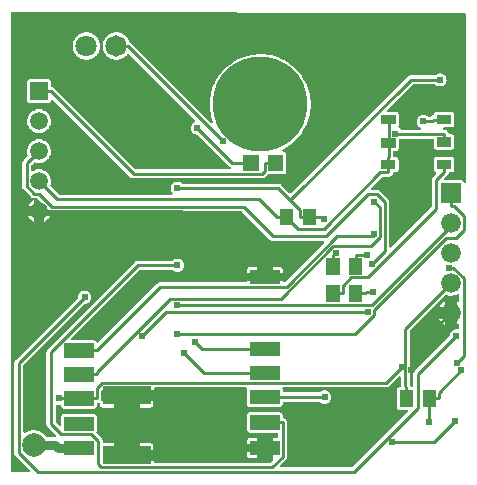
<source format=gbl>
G04 Layer: BottomLayer*
G04 EasyEDA v6.5.1, 2022-03-21 16:47:25*
G04 955ef46bbe064569b540ea905b21d435,97f3a3507f384188ab3f8c3e8ba95b97,10*
G04 Gerber Generator version 0.2*
G04 Scale: 100 percent, Rotated: No, Reflected: No *
G04 Dimensions in millimeters *
G04 leading zeros omitted , absolute positions ,4 integer and 5 decimal *
%FSLAX45Y45*%
%MOMM*%

%ADD10C,0.2540*%
%ADD11C,0.8000*%
%ADD13C,0.6100*%
%ADD20R,4.0640X1.5240*%
%ADD27C,1.8000*%
%ADD28C,1.8200*%
%ADD29C,8.0000*%
%ADD30C,2.0000*%
%ADD31C,1.4986*%
%ADD32R,1.4986X1.4986*%
%ADD33C,1.6764*%
%ADD34R,1.6764X1.6764*%

%LPD*%
G36*
X6986676Y1352042D02*
G01*
X6982459Y1352956D01*
X6979056Y1355496D01*
X6976973Y1359255D01*
X6974789Y1366367D01*
X6971233Y1373022D01*
X6969759Y1374851D01*
X6968032Y1377848D01*
X6967474Y1381302D01*
X6967474Y1828647D01*
X6968236Y1832508D01*
X6970420Y1835810D01*
X7265162Y2130552D01*
X7268209Y2132634D01*
X7271867Y2133498D01*
X7275525Y2132990D01*
X7287361Y2129078D01*
X7301179Y2126386D01*
X7315200Y2125472D01*
X7329220Y2126386D01*
X7343038Y2129078D01*
X7356348Y2133498D01*
X7369048Y2139594D01*
X7370216Y2140407D01*
X7374280Y2141931D01*
X7378598Y2141626D01*
X7382408Y2139594D01*
X7384999Y2136089D01*
X7385964Y2131872D01*
X7385964Y2084374D01*
X7385050Y2080260D01*
X7382611Y2076856D01*
X7379004Y2074773D01*
X7374788Y2074265D01*
X7370775Y2075535D01*
X7363459Y2079650D01*
X7363459Y2029460D01*
X7375804Y2029460D01*
X7379665Y2028698D01*
X7382967Y2026462D01*
X7385151Y2023211D01*
X7385964Y2019300D01*
X7385964Y1943100D01*
X7385151Y1939188D01*
X7382967Y1935937D01*
X7379665Y1933702D01*
X7375804Y1932939D01*
X7363459Y1932939D01*
X7363459Y1882902D01*
X7370216Y1886407D01*
X7374280Y1887931D01*
X7378598Y1887626D01*
X7382408Y1885594D01*
X7384999Y1882089D01*
X7385964Y1877872D01*
X7385964Y1851304D01*
X7385253Y1847646D01*
X7383322Y1844497D01*
X7380376Y1842211D01*
X7376820Y1841195D01*
X7373162Y1841449D01*
X7370825Y1842109D01*
X7361021Y1842973D01*
X7351217Y1842109D01*
X7341717Y1839569D01*
X7332827Y1835404D01*
X7324801Y1829765D01*
X7317841Y1822805D01*
X7312202Y1814779D01*
X7308037Y1805889D01*
X7305497Y1796389D01*
X7304786Y1788312D01*
X7303871Y1784908D01*
X7301890Y1782013D01*
X7008723Y1488846D01*
X7003592Y1482648D01*
X7000036Y1475943D01*
X6997852Y1468729D01*
X6997039Y1460703D01*
X6997039Y1362202D01*
X6996277Y1358341D01*
X6994042Y1355039D01*
X6990791Y1352854D01*
G37*

%LPC*%
G36*
X7266940Y1882902D02*
G01*
X7266940Y1932939D01*
X7216902Y1932939D01*
X7221372Y1924304D01*
X7229449Y1912823D01*
X7238898Y1902409D01*
X7249566Y1893265D01*
X7261352Y1885594D01*
G37*
G36*
X7216851Y2029460D02*
G01*
X7266940Y2029460D01*
X7266940Y2079650D01*
X7255357Y2073148D01*
X7244080Y2064715D01*
X7233970Y2054961D01*
X7225233Y2043988D01*
X7217918Y2031949D01*
G37*

%LPD*%
G36*
X5880150Y673658D02*
G01*
X5876239Y674471D01*
X5872937Y676656D01*
X5870752Y679958D01*
X5869990Y683818D01*
X5870752Y687730D01*
X5872937Y691032D01*
X5917793Y735888D01*
X5922924Y742086D01*
X5926480Y748792D01*
X5928664Y756005D01*
X5929477Y764032D01*
X5929477Y1053592D01*
X5928664Y1061618D01*
X5926480Y1068832D01*
X5922924Y1075537D01*
X5918098Y1081379D01*
X5912256Y1086154D01*
X5905601Y1089710D01*
X5898540Y1091895D01*
X5894781Y1093978D01*
X5892190Y1097381D01*
X5891326Y1101598D01*
X5891326Y1113536D01*
X5890615Y1119835D01*
X5888685Y1125321D01*
X5885586Y1130198D01*
X5881522Y1134313D01*
X5876594Y1137361D01*
X5871159Y1139291D01*
X5864809Y1140002D01*
X5615990Y1140002D01*
X5609640Y1139291D01*
X5604205Y1137361D01*
X5599277Y1134313D01*
X5595213Y1130198D01*
X5592114Y1125321D01*
X5590184Y1119835D01*
X5589473Y1113536D01*
X5589473Y994664D01*
X5590184Y988364D01*
X5592114Y982878D01*
X5595213Y978001D01*
X5599277Y973886D01*
X5604205Y970838D01*
X5609640Y968908D01*
X5615990Y968197D01*
X5842101Y968197D01*
X5845962Y967435D01*
X5849264Y965200D01*
X5851448Y961898D01*
X5852261Y958037D01*
X5852261Y934262D01*
X5851448Y930402D01*
X5849264Y927100D01*
X5845962Y924864D01*
X5842101Y924102D01*
X5809234Y924102D01*
X5809234Y874572D01*
X5842101Y874572D01*
X5845962Y873760D01*
X5849264Y871575D01*
X5851448Y868273D01*
X5852261Y864412D01*
X5852261Y811987D01*
X5851448Y808126D01*
X5849264Y804824D01*
X5845962Y802640D01*
X5842101Y801827D01*
X5809234Y801827D01*
X5809234Y747268D01*
X5810605Y743051D01*
X5810046Y738682D01*
X5807659Y734923D01*
X5789879Y717194D01*
X5786577Y714959D01*
X5782716Y714197D01*
X4811268Y714197D01*
X4807356Y714959D01*
X4804105Y717194D01*
X4801870Y720445D01*
X4801108Y724357D01*
X4801108Y730250D01*
X4679950Y730250D01*
X4679950Y724357D01*
X4679188Y720445D01*
X4676952Y717194D01*
X4673701Y714959D01*
X4669790Y714197D01*
X4474210Y714197D01*
X4470298Y714959D01*
X4467047Y717194D01*
X4464812Y720445D01*
X4464050Y724357D01*
X4464050Y730250D01*
X4378502Y730250D01*
X4374591Y731012D01*
X4371289Y733247D01*
X4369104Y736498D01*
X4368342Y740410D01*
X4368342Y808990D01*
X4369104Y812901D01*
X4371289Y816152D01*
X4374591Y818388D01*
X4378502Y819150D01*
X4464050Y819150D01*
X4464050Y876808D01*
X4378502Y876808D01*
X4374591Y877569D01*
X4371289Y879805D01*
X4369104Y883056D01*
X4368342Y886968D01*
X4368342Y896975D01*
X4367530Y905002D01*
X4365345Y912215D01*
X4361789Y918921D01*
X4356658Y925118D01*
X4317796Y963980D01*
X4315663Y967130D01*
X4314850Y970787D01*
X4315815Y975664D01*
X4316526Y981964D01*
X4316526Y1100836D01*
X4315815Y1107135D01*
X4313885Y1112621D01*
X4310786Y1117498D01*
X4306722Y1121613D01*
X4301794Y1124661D01*
X4296359Y1126591D01*
X4290009Y1127302D01*
X4041190Y1127302D01*
X4034840Y1126591D01*
X4029405Y1124661D01*
X4024477Y1121613D01*
X4020413Y1117498D01*
X4017314Y1112621D01*
X4015384Y1107135D01*
X4014673Y1100836D01*
X4014673Y1037640D01*
X4013911Y1033780D01*
X4011726Y1030478D01*
X4008424Y1028242D01*
X4004513Y1027480D01*
X4000652Y1028242D01*
X3997350Y1030478D01*
X3971442Y1056386D01*
X3969207Y1059688D01*
X3968445Y1063599D01*
X3968445Y1194104D01*
X3969105Y1197711D01*
X3971036Y1200912D01*
X3973982Y1203147D01*
X3977538Y1204214D01*
X3981246Y1203909D01*
X3989120Y1201775D01*
X3998925Y1200912D01*
X4004310Y1201420D01*
X4008221Y1201013D01*
X4011625Y1199134D01*
X4014114Y1196136D01*
X4015384Y1191564D01*
X4017314Y1186078D01*
X4020413Y1181201D01*
X4024477Y1177086D01*
X4029405Y1174038D01*
X4034840Y1172108D01*
X4041190Y1171397D01*
X4290009Y1171397D01*
X4296359Y1172108D01*
X4301794Y1174038D01*
X4306722Y1177086D01*
X4310786Y1181201D01*
X4313885Y1186078D01*
X4315815Y1191564D01*
X4316526Y1197864D01*
X4316526Y1209802D01*
X4317390Y1214018D01*
X4319981Y1217422D01*
X4323740Y1219504D01*
X4329785Y1221384D01*
X4333544Y1221790D01*
X4337151Y1220774D01*
X4340199Y1218539D01*
X4342180Y1215339D01*
X4342892Y1211630D01*
X4342892Y1207058D01*
X4343603Y1200759D01*
X4345533Y1195273D01*
X4348581Y1190396D01*
X4352696Y1186281D01*
X4357573Y1183233D01*
X4363059Y1181303D01*
X4369358Y1180592D01*
X4464050Y1180592D01*
X4464050Y1238250D01*
X4363923Y1238250D01*
X4359808Y1239113D01*
X4356404Y1241602D01*
X4354271Y1245209D01*
X4353814Y1249426D01*
X4354677Y1257808D01*
X4354677Y1316990D01*
X4355439Y1320901D01*
X4357624Y1324152D01*
X4360926Y1326388D01*
X4364837Y1327150D01*
X4464050Y1327150D01*
X4464050Y1341526D01*
X4464812Y1345438D01*
X4467047Y1348689D01*
X4470298Y1350924D01*
X4474210Y1351686D01*
X4669790Y1351686D01*
X4673701Y1350924D01*
X4676952Y1348689D01*
X4679188Y1345438D01*
X4679950Y1341526D01*
X4679950Y1327150D01*
X4801108Y1327150D01*
X4801108Y1341526D01*
X4801870Y1345438D01*
X4804105Y1348689D01*
X4807356Y1350924D01*
X4811268Y1351686D01*
X5581446Y1351686D01*
X5585256Y1350975D01*
X5588508Y1348892D01*
X5590692Y1345742D01*
X5591606Y1341983D01*
X5591048Y1338173D01*
X5590184Y1335735D01*
X5589473Y1329436D01*
X5589473Y1210564D01*
X5590184Y1204264D01*
X5592114Y1198778D01*
X5595213Y1193901D01*
X5599277Y1189786D01*
X5604205Y1186738D01*
X5609640Y1184808D01*
X5615990Y1184097D01*
X5864809Y1184097D01*
X5871159Y1184808D01*
X5876594Y1186738D01*
X5881522Y1189786D01*
X5885586Y1193901D01*
X5888685Y1198778D01*
X5890615Y1204264D01*
X5891326Y1210564D01*
X5891326Y1221232D01*
X5892088Y1225143D01*
X5894273Y1228394D01*
X5897575Y1230630D01*
X5901486Y1231392D01*
X6201968Y1231392D01*
X6205880Y1230630D01*
X6209182Y1228394D01*
X6210757Y1226820D01*
X6218834Y1221181D01*
X6227724Y1217015D01*
X6237224Y1214475D01*
X6247028Y1213612D01*
X6256782Y1214475D01*
X6266281Y1217015D01*
X6275171Y1221181D01*
X6283248Y1226820D01*
X6290208Y1233779D01*
X6295796Y1241806D01*
X6299962Y1250696D01*
X6302502Y1260195D01*
X6303365Y1270000D01*
X6302502Y1279804D01*
X6299962Y1289304D01*
X6295796Y1298194D01*
X6290208Y1306220D01*
X6283248Y1313180D01*
X6275171Y1318818D01*
X6266281Y1322984D01*
X6256782Y1325524D01*
X6247028Y1326388D01*
X6237224Y1325524D01*
X6227724Y1322984D01*
X6218834Y1318818D01*
X6210757Y1313180D01*
X6209182Y1311605D01*
X6205880Y1309370D01*
X6201968Y1308608D01*
X5901486Y1308608D01*
X5897575Y1309370D01*
X5894273Y1311605D01*
X5892088Y1314856D01*
X5891326Y1318768D01*
X5891326Y1329436D01*
X5890615Y1335735D01*
X5889752Y1338173D01*
X5889193Y1341983D01*
X5890107Y1345742D01*
X5892342Y1348892D01*
X5895543Y1350975D01*
X5899353Y1351686D01*
X6765950Y1351686D01*
X6773976Y1352499D01*
X6781190Y1354683D01*
X6787896Y1358239D01*
X6794093Y1363370D01*
X6872884Y1442110D01*
X6876186Y1444345D01*
X6880098Y1445107D01*
X6883958Y1444345D01*
X6887260Y1442110D01*
X6889445Y1438808D01*
X6890258Y1434947D01*
X6890258Y1361948D01*
X6889546Y1358341D01*
X6887667Y1355191D01*
X6884720Y1352905D01*
X6881215Y1351838D01*
X6876796Y1351330D01*
X6871309Y1349451D01*
X6866432Y1346352D01*
X6862318Y1342288D01*
X6859270Y1337360D01*
X6857339Y1331925D01*
X6856628Y1325575D01*
X6856628Y1189024D01*
X6857339Y1182674D01*
X6859270Y1177239D01*
X6862318Y1172311D01*
X6866432Y1168247D01*
X6871309Y1165148D01*
X6876796Y1163269D01*
X6883095Y1162558D01*
X6939991Y1162558D01*
X6943852Y1161745D01*
X6947153Y1159560D01*
X6949338Y1156258D01*
X6950151Y1152398D01*
X6949338Y1148486D01*
X6947153Y1145184D01*
X6478625Y676656D01*
X6475323Y674471D01*
X6471412Y673658D01*
G37*

%LPC*%
G36*
X5615990Y752297D02*
G01*
X5671566Y752297D01*
X5671566Y801827D01*
X5589473Y801827D01*
X5589473Y778764D01*
X5590184Y772464D01*
X5592114Y766978D01*
X5595213Y762101D01*
X5599277Y757986D01*
X5604205Y754938D01*
X5609640Y753008D01*
G37*
G36*
X4679950Y819150D02*
G01*
X4801108Y819150D01*
X4801108Y850341D01*
X4800396Y856640D01*
X4798466Y862126D01*
X4795418Y867003D01*
X4791303Y871118D01*
X4786426Y874166D01*
X4780940Y876096D01*
X4774641Y876808D01*
X4679950Y876808D01*
G37*
G36*
X5589473Y874572D02*
G01*
X5671566Y874572D01*
X5671566Y924102D01*
X5615990Y924102D01*
X5609640Y923391D01*
X5604205Y921461D01*
X5599277Y918413D01*
X5595213Y914298D01*
X5592114Y909421D01*
X5590184Y903935D01*
X5589473Y897636D01*
G37*
G36*
X4679950Y1180592D02*
G01*
X4774641Y1180592D01*
X4780940Y1181303D01*
X4786426Y1183233D01*
X4791303Y1186281D01*
X4795418Y1190396D01*
X4798466Y1195273D01*
X4800396Y1200759D01*
X4801108Y1207058D01*
X4801108Y1238250D01*
X4679950Y1238250D01*
G37*

%LPD*%
G36*
X3738981Y635304D02*
G01*
X3604768Y635457D01*
X3600856Y636270D01*
X3597554Y638454D01*
X3595370Y641756D01*
X3594608Y645617D01*
X3594608Y4523130D01*
X3595370Y4526991D01*
X3597605Y4530293D01*
X3600907Y4532528D01*
X3604818Y4533290D01*
X7431633Y4520793D01*
X7435494Y4520031D01*
X7438796Y4517847D01*
X7440980Y4514545D01*
X7441742Y4510684D01*
X7444333Y3089148D01*
X7443520Y3085134D01*
X7441234Y3081832D01*
X7437831Y3079648D01*
X7433868Y3078937D01*
X7429906Y3079902D01*
X7426655Y3082290D01*
X7424572Y3085744D01*
X7422286Y3092246D01*
X7419238Y3097123D01*
X7415123Y3101238D01*
X7410246Y3104286D01*
X7404760Y3106216D01*
X7398461Y3106928D01*
X7270699Y3106928D01*
X7266787Y3107690D01*
X7263485Y3109925D01*
X7261301Y3113176D01*
X7260539Y3117088D01*
X7261301Y3120999D01*
X7263485Y3124250D01*
X7284974Y3145739D01*
X7290104Y3151987D01*
X7293660Y3158642D01*
X7295794Y3165754D01*
X7297877Y3169462D01*
X7301331Y3172053D01*
X7305548Y3172968D01*
X7317435Y3172968D01*
X7323785Y3173679D01*
X7329220Y3175558D01*
X7334148Y3178657D01*
X7338212Y3182721D01*
X7341311Y3187649D01*
X7343190Y3193084D01*
X7343952Y3199434D01*
X7343952Y3278276D01*
X7343190Y3284626D01*
X7341311Y3290062D01*
X7338212Y3294989D01*
X7334148Y3299053D01*
X7329220Y3302152D01*
X7323785Y3304032D01*
X7317435Y3304743D01*
X7198614Y3304743D01*
X7192264Y3304032D01*
X7186828Y3302152D01*
X7181900Y3299053D01*
X7177836Y3294989D01*
X7174738Y3290062D01*
X7172858Y3284626D01*
X7172147Y3278276D01*
X7172147Y3199434D01*
X7172858Y3193084D01*
X7174738Y3187649D01*
X7177836Y3182721D01*
X7181900Y3178657D01*
X7187539Y3175101D01*
X7190231Y3172663D01*
X7191908Y3169412D01*
X7192314Y3165805D01*
X7191400Y3162300D01*
X7189317Y3159302D01*
X7165644Y3135579D01*
X7160514Y3129381D01*
X7156958Y3122676D01*
X7154773Y3115462D01*
X7153960Y3107436D01*
X7153960Y2882595D01*
X7153198Y2878683D01*
X7150963Y2875381D01*
X6812584Y2537002D01*
X6809333Y2534818D01*
X6805422Y2534056D01*
X6801510Y2534818D01*
X6798259Y2537002D01*
X6796024Y2540304D01*
X6795262Y2544216D01*
X6795262Y2917444D01*
X6794449Y2925470D01*
X6792264Y2932684D01*
X6788708Y2939389D01*
X6783578Y2945587D01*
X6717233Y3011932D01*
X6711035Y3017062D01*
X6704330Y3020618D01*
X6697116Y3022803D01*
X6689090Y3023616D01*
X6646062Y3023616D01*
X6642150Y3024378D01*
X6638848Y3026613D01*
X6636664Y3029864D01*
X6635902Y3033776D01*
X6636664Y3037687D01*
X6638848Y3040938D01*
X6729780Y3131870D01*
X6733082Y3134106D01*
X6736994Y3134868D01*
X6786118Y3134868D01*
X6794398Y3135630D01*
X6801561Y3137814D01*
X6808317Y3141421D01*
X6814159Y3146196D01*
X6818934Y3152038D01*
X6822490Y3158744D01*
X6824624Y3165805D01*
X6826707Y3169513D01*
X6830161Y3172104D01*
X6834378Y3173018D01*
X6846265Y3173018D01*
X6852564Y3173730D01*
X6858050Y3175609D01*
X6862927Y3178708D01*
X6867042Y3182772D01*
X6870090Y3187700D01*
X6872020Y3193135D01*
X6872731Y3199485D01*
X6872731Y3278327D01*
X6872020Y3284677D01*
X6870090Y3290112D01*
X6867042Y3295040D01*
X6862927Y3299104D01*
X6858050Y3302203D01*
X6852564Y3304082D01*
X6846265Y3304794D01*
X6837070Y3304794D01*
X6833158Y3305606D01*
X6829907Y3307791D01*
X6827672Y3311093D01*
X6826910Y3314954D01*
X6826910Y3342843D01*
X6827672Y3346754D01*
X6829907Y3350056D01*
X6833158Y3352241D01*
X6837070Y3353003D01*
X6847738Y3353003D01*
X6854037Y3353714D01*
X6859524Y3355644D01*
X6864400Y3358692D01*
X6868515Y3362807D01*
X6871563Y3367684D01*
X6873494Y3373170D01*
X6874205Y3379470D01*
X6874205Y3445611D01*
X6874967Y3449523D01*
X6877202Y3452774D01*
X6880453Y3455009D01*
X6884365Y3455771D01*
X7162088Y3455771D01*
X7166000Y3455009D01*
X7169251Y3452774D01*
X7171486Y3449523D01*
X7172248Y3445611D01*
X7172248Y3389477D01*
X7172959Y3383178D01*
X7174890Y3377692D01*
X7177938Y3372815D01*
X7182053Y3368700D01*
X7186930Y3365652D01*
X7192416Y3363722D01*
X7198715Y3363010D01*
X7317587Y3363010D01*
X7323886Y3363722D01*
X7329373Y3365652D01*
X7334250Y3368700D01*
X7338364Y3372815D01*
X7341412Y3377692D01*
X7343343Y3383178D01*
X7344054Y3389477D01*
X7344054Y3468370D01*
X7343343Y3474669D01*
X7341412Y3480155D01*
X7338364Y3485032D01*
X7334250Y3489147D01*
X7329373Y3492195D01*
X7323886Y3494125D01*
X7317587Y3494836D01*
X7305649Y3494836D01*
X7301433Y3495751D01*
X7298029Y3498291D01*
X7295946Y3502050D01*
X7293762Y3509111D01*
X7290206Y3515817D01*
X7285431Y3521659D01*
X7279589Y3526434D01*
X7272883Y3529990D01*
X7265670Y3532174D01*
X7259421Y3532835D01*
X7255256Y3534156D01*
X7252055Y3537153D01*
X7250430Y3541217D01*
X7250633Y3545586D01*
X7252665Y3549497D01*
X7256119Y3552139D01*
X7260437Y3553104D01*
X7318705Y3553104D01*
X7325004Y3553815D01*
X7330490Y3555695D01*
X7335367Y3558794D01*
X7339482Y3562858D01*
X7342530Y3567785D01*
X7344460Y3573221D01*
X7345172Y3579571D01*
X7345172Y3658412D01*
X7344460Y3664762D01*
X7342530Y3670198D01*
X7339482Y3675126D01*
X7335367Y3679190D01*
X7330490Y3682288D01*
X7325004Y3684168D01*
X7318705Y3684879D01*
X7199833Y3684879D01*
X7193534Y3684168D01*
X7188047Y3682288D01*
X7183170Y3679190D01*
X7179056Y3675126D01*
X7176008Y3670249D01*
X7173671Y3663442D01*
X7172198Y3660648D01*
X7169912Y3658412D01*
X7167016Y3657041D01*
X7159091Y3654602D01*
X7152386Y3651046D01*
X7146188Y3645915D01*
X7144308Y3644087D01*
X7141006Y3641902D01*
X7137146Y3641090D01*
X7127595Y3641090D01*
X7123684Y3641902D01*
X7120381Y3644087D01*
X7118807Y3645712D01*
X7110730Y3651300D01*
X7101840Y3655466D01*
X7092340Y3658006D01*
X7082586Y3658870D01*
X7072782Y3658006D01*
X7063282Y3655466D01*
X7054392Y3651300D01*
X7046315Y3645712D01*
X7039356Y3638753D01*
X7033768Y3630676D01*
X7029602Y3621786D01*
X7027062Y3612286D01*
X7026198Y3602482D01*
X7027062Y3592728D01*
X7029602Y3583228D01*
X7033768Y3574338D01*
X7039356Y3566261D01*
X7046315Y3559301D01*
X7054392Y3553714D01*
X7057237Y3552342D01*
X7060387Y3550056D01*
X7062470Y3546754D01*
X7063079Y3542893D01*
X7062266Y3539083D01*
X7060031Y3535883D01*
X7056780Y3533749D01*
X7052919Y3532987D01*
X6896963Y3532987D01*
X6893102Y3533749D01*
X6889800Y3535984D01*
X6882536Y3543198D01*
X6869785Y3552037D01*
X6867753Y3555796D01*
X6867448Y3560013D01*
X6868922Y3564077D01*
X6871411Y3568090D01*
X6873341Y3573526D01*
X6874052Y3579876D01*
X6874052Y3658717D01*
X6873341Y3665067D01*
X6871411Y3670503D01*
X6868363Y3675430D01*
X6864248Y3679494D01*
X6859371Y3682593D01*
X6853885Y3684473D01*
X6847586Y3685184D01*
X6783425Y3685184D01*
X6779514Y3685997D01*
X6776212Y3688181D01*
X6774027Y3691483D01*
X6773265Y3695344D01*
X6774027Y3699256D01*
X6776212Y3702558D01*
X6987540Y3913886D01*
X6990842Y3916070D01*
X6994753Y3916832D01*
X7178040Y3916832D01*
X7181900Y3916070D01*
X7185202Y3913886D01*
X7186828Y3912260D01*
X7194854Y3906672D01*
X7203744Y3902506D01*
X7213244Y3899966D01*
X7223048Y3899103D01*
X7232853Y3899966D01*
X7242352Y3902506D01*
X7251242Y3906672D01*
X7259269Y3912260D01*
X7266228Y3919220D01*
X7271867Y3927297D01*
X7276033Y3936187D01*
X7278573Y3945686D01*
X7279436Y3955440D01*
X7278573Y3965244D01*
X7276033Y3974744D01*
X7271867Y3983634D01*
X7266228Y3991711D01*
X7259269Y3998671D01*
X7251242Y4004259D01*
X7242352Y4008424D01*
X7232853Y4010964D01*
X7223048Y4011828D01*
X7213244Y4010964D01*
X7203744Y4008424D01*
X7194854Y4004259D01*
X7186828Y3998671D01*
X7185202Y3997045D01*
X7181900Y3994861D01*
X7178040Y3994048D01*
X6975043Y3994048D01*
X6967016Y3993286D01*
X6959803Y3991101D01*
X6953097Y3987546D01*
X6946900Y3982415D01*
X5961684Y2997200D01*
X5958382Y2995015D01*
X5954471Y2994253D01*
X5950610Y2995015D01*
X5947308Y2997200D01*
X5879439Y3065068D01*
X5873242Y3070148D01*
X5866536Y3073704D01*
X5859322Y3075889D01*
X5851296Y3076702D01*
X5043982Y3076702D01*
X5040071Y3077464D01*
X5036769Y3079699D01*
X5035194Y3081274D01*
X5027117Y3086912D01*
X5018227Y3091078D01*
X5008727Y3093618D01*
X4998974Y3094482D01*
X4989169Y3093618D01*
X4979670Y3091078D01*
X4970780Y3086912D01*
X4962702Y3081274D01*
X4955743Y3074314D01*
X4950155Y3066288D01*
X4945989Y3057398D01*
X4943449Y3047898D01*
X4942586Y3038094D01*
X4943449Y3028289D01*
X4945989Y3018790D01*
X4950155Y3009900D01*
X4958943Y2997606D01*
X4959705Y2993694D01*
X4958943Y2989834D01*
X4956708Y2986532D01*
X4953406Y2984347D01*
X4949545Y2983534D01*
X4001262Y2983534D01*
X3997350Y2984347D01*
X3994048Y2986532D01*
X3926332Y3054248D01*
X3924249Y3057245D01*
X3923385Y3060801D01*
X3923842Y3064459D01*
X3926789Y3073908D01*
X3929024Y3087217D01*
X3929481Y3100679D01*
X3928110Y3114090D01*
X3925011Y3127146D01*
X3920134Y3139744D01*
X3913682Y3151530D01*
X3905707Y3162401D01*
X3896309Y3172053D01*
X3885742Y3180435D01*
X3874160Y3187293D01*
X3861765Y3192526D01*
X3848760Y3196082D01*
X3835450Y3197910D01*
X3821988Y3197910D01*
X3808628Y3196082D01*
X3795623Y3192526D01*
X3783228Y3187293D01*
X3778351Y3184398D01*
X3774338Y3183026D01*
X3770071Y3183432D01*
X3766413Y3185566D01*
X3763873Y3188970D01*
X3763010Y3193135D01*
X3763010Y3226663D01*
X3763772Y3230575D01*
X3766007Y3233877D01*
X3785768Y3253638D01*
X3788867Y3255772D01*
X3792575Y3256635D01*
X3796284Y3256076D01*
X3802075Y3254044D01*
X3815283Y3251403D01*
X3828694Y3250488D01*
X3842156Y3251403D01*
X3855313Y3254044D01*
X3868064Y3258464D01*
X3880053Y3264560D01*
X3891178Y3272180D01*
X3901186Y3281222D01*
X3909872Y3291484D01*
X3917086Y3302863D01*
X3922776Y3315055D01*
X3926789Y3327908D01*
X3929024Y3341217D01*
X3929481Y3354679D01*
X3928110Y3368090D01*
X3925011Y3381146D01*
X3920134Y3393744D01*
X3913682Y3405530D01*
X3905707Y3416401D01*
X3896309Y3426053D01*
X3885742Y3434435D01*
X3874160Y3441293D01*
X3861765Y3446526D01*
X3848760Y3450082D01*
X3835450Y3451910D01*
X3821988Y3451910D01*
X3808628Y3450082D01*
X3795623Y3446526D01*
X3783228Y3441293D01*
X3771646Y3434435D01*
X3761079Y3426053D01*
X3751732Y3416401D01*
X3743706Y3405530D01*
X3737254Y3393744D01*
X3732428Y3381146D01*
X3729278Y3368090D01*
X3727958Y3354679D01*
X3728415Y3341217D01*
X3730650Y3327908D01*
X3733596Y3318357D01*
X3734054Y3314700D01*
X3733139Y3311194D01*
X3731056Y3308146D01*
X3697478Y3274517D01*
X3692347Y3268319D01*
X3688791Y3261614D01*
X3686606Y3254400D01*
X3685794Y3246374D01*
X3685794Y3055112D01*
X3686556Y3047136D01*
X3688740Y3039922D01*
X3692296Y3033268D01*
X3697376Y3027019D01*
X3760724Y2963468D01*
X3766921Y2958338D01*
X3773576Y2954731D01*
X3781907Y2952242D01*
X3785362Y2950413D01*
X3787394Y2948025D01*
X3787851Y2948736D01*
X3791153Y2950972D01*
X3795064Y2951734D01*
X3807866Y2951734D01*
X3811727Y2950972D01*
X3815029Y2948787D01*
X3869537Y2894380D01*
X3871722Y2891129D01*
X3872636Y2887116D01*
X3876497Y2886354D01*
X3879799Y2884170D01*
X3909364Y2854655D01*
X3915562Y2849575D01*
X3922268Y2846019D01*
X3929481Y2843834D01*
X3937508Y2843022D01*
X5540349Y2843022D01*
X5544261Y2842260D01*
X5547563Y2840024D01*
X5785662Y2601976D01*
X5791860Y2596845D01*
X5798566Y2593289D01*
X5805779Y2591104D01*
X5813806Y2590292D01*
X6234531Y2590292D01*
X6238443Y2589530D01*
X6241745Y2587294D01*
X6243929Y2584043D01*
X6244691Y2580132D01*
X6243929Y2576220D01*
X6241745Y2572969D01*
X5913069Y2244293D01*
X5909767Y2242058D01*
X5905855Y2241296D01*
X5901486Y2241296D01*
X5897981Y2241905D01*
X5894933Y2243683D01*
X5892698Y2246325D01*
X5891479Y2249627D01*
X5809081Y2249627D01*
X5807862Y2246325D01*
X5805627Y2243683D01*
X5802579Y2241905D01*
X5799074Y2241296D01*
X5681726Y2241296D01*
X5678220Y2241905D01*
X5675172Y2243683D01*
X5672937Y2246325D01*
X5671718Y2249627D01*
X5589320Y2249627D01*
X5588101Y2246325D01*
X5585866Y2243683D01*
X5582818Y2241905D01*
X5579313Y2241296D01*
X4855464Y2241296D01*
X4847437Y2240483D01*
X4840224Y2238298D01*
X4833518Y2234742D01*
X4827320Y2229612D01*
X4330090Y1732432D01*
X4327144Y1730349D01*
X4323588Y1729486D01*
X4319981Y1729892D01*
X4316780Y1731518D01*
X4314342Y1734210D01*
X4310786Y1739798D01*
X4306722Y1743913D01*
X4301794Y1746961D01*
X4296359Y1748891D01*
X4290009Y1749602D01*
X4108653Y1749602D01*
X4104792Y1750364D01*
X4101490Y1752600D01*
X4099255Y1755902D01*
X4098493Y1759762D01*
X4099255Y1763674D01*
X4101490Y1766976D01*
X4679391Y2344877D01*
X4682693Y2347061D01*
X4686604Y2347823D01*
X4955489Y2347823D01*
X4959400Y2347061D01*
X4962702Y2344877D01*
X4964277Y2343302D01*
X4972304Y2337663D01*
X4981194Y2333498D01*
X4990693Y2330958D01*
X5000498Y2330094D01*
X5010302Y2330958D01*
X5019802Y2333498D01*
X5028692Y2337663D01*
X5036718Y2343302D01*
X5043678Y2350262D01*
X5049316Y2358288D01*
X5053482Y2367178D01*
X5056022Y2376678D01*
X5056886Y2386482D01*
X5056022Y2396286D01*
X5053482Y2405786D01*
X5049316Y2414676D01*
X5043678Y2422702D01*
X5036718Y2429662D01*
X5028692Y2435301D01*
X5019802Y2439466D01*
X5010302Y2442006D01*
X5000498Y2442870D01*
X4990693Y2442006D01*
X4981194Y2439466D01*
X4972304Y2435301D01*
X4964277Y2429662D01*
X4962652Y2428036D01*
X4959350Y2425852D01*
X4955438Y2425039D01*
X4666894Y2425039D01*
X4658868Y2424277D01*
X4651654Y2422093D01*
X4644948Y2418537D01*
X4638751Y2413406D01*
X3902913Y1677568D01*
X3897782Y1671320D01*
X3894226Y1664665D01*
X3892042Y1657451D01*
X3891229Y1649425D01*
X3891229Y1043889D01*
X3892042Y1035862D01*
X3894226Y1028649D01*
X3897782Y1021943D01*
X3902913Y1015746D01*
X3971950Y946658D01*
X3974185Y943254D01*
X3974896Y939241D01*
X3973982Y935228D01*
X3971544Y931926D01*
X3968038Y929843D01*
X3963974Y929335D01*
X3962044Y929487D01*
X3897325Y929487D01*
X3893921Y930097D01*
X3890873Y931773D01*
X3878834Y947064D01*
X3868064Y957834D01*
X3856126Y967181D01*
X3843121Y975055D01*
X3829253Y981303D01*
X3814724Y985824D01*
X3799789Y988568D01*
X3784600Y989482D01*
X3769410Y988568D01*
X3754475Y985824D01*
X3739946Y981303D01*
X3726078Y975055D01*
X3712972Y967130D01*
X3708908Y965200D01*
X3704386Y965250D01*
X3700373Y967181D01*
X3697579Y970737D01*
X3696563Y975106D01*
X3696563Y1538122D01*
X3697325Y1542034D01*
X3699560Y1545336D01*
X4210050Y2055825D01*
X4212945Y2057857D01*
X4216349Y2058771D01*
X4224375Y2059482D01*
X4233875Y2062022D01*
X4242765Y2066188D01*
X4250842Y2071776D01*
X4257802Y2078736D01*
X4263390Y2086813D01*
X4267555Y2095703D01*
X4270095Y2105202D01*
X4270959Y2114956D01*
X4270095Y2124760D01*
X4267555Y2134260D01*
X4263390Y2143150D01*
X4257802Y2151227D01*
X4250842Y2158187D01*
X4242765Y2163775D01*
X4233875Y2167940D01*
X4224375Y2170480D01*
X4214622Y2171344D01*
X4204817Y2170480D01*
X4195318Y2167940D01*
X4186428Y2163775D01*
X4178350Y2158187D01*
X4171391Y2151227D01*
X4165803Y2143150D01*
X4161637Y2134260D01*
X4159097Y2124760D01*
X4158386Y2116734D01*
X4157472Y2113330D01*
X4155440Y2110435D01*
X3631031Y1585976D01*
X3625900Y1579778D01*
X3622344Y1573072D01*
X3620160Y1565859D01*
X3619347Y1557832D01*
X3619347Y795985D01*
X3620160Y787958D01*
X3622344Y780745D01*
X3625900Y774039D01*
X3631031Y767842D01*
X3746144Y652678D01*
X3748379Y649376D01*
X3749141Y645464D01*
X3748379Y641604D01*
X3746144Y638302D01*
X3742842Y636066D01*
G37*

%LPC*%
G36*
X5589473Y2322372D02*
G01*
X5671566Y2322372D01*
X5671566Y2371902D01*
X5615990Y2371902D01*
X5609640Y2371191D01*
X5604205Y2369261D01*
X5599277Y2366213D01*
X5595213Y2362098D01*
X5592114Y2357221D01*
X5590184Y2351735D01*
X5589473Y2345436D01*
G37*
G36*
X5809234Y2322372D02*
G01*
X5891326Y2322372D01*
X5891326Y2345436D01*
X5890615Y2351735D01*
X5888685Y2357221D01*
X5885586Y2362098D01*
X5881522Y2366213D01*
X5876594Y2369261D01*
X5871159Y2371191D01*
X5864809Y2371902D01*
X5809234Y2371902D01*
G37*
G36*
X3784904Y2752750D02*
G01*
X3784904Y2799486D01*
X3738118Y2799486D01*
X3740302Y2794863D01*
X3747515Y2783484D01*
X3756253Y2773222D01*
X3766210Y2764180D01*
X3777335Y2756560D01*
G37*
G36*
X3872534Y2752750D02*
G01*
X3880053Y2756560D01*
X3891178Y2764180D01*
X3901186Y2773222D01*
X3909872Y2783484D01*
X3917086Y2794863D01*
X3919270Y2799486D01*
X3872534Y2799486D01*
G37*
G36*
X3738016Y2887116D02*
G01*
X3784904Y2887116D01*
X3784904Y2934411D01*
X3784142Y2933750D01*
X3771646Y2926384D01*
X3761079Y2918053D01*
X3751732Y2908401D01*
X3743706Y2897530D01*
G37*
G36*
X4630674Y3119577D02*
G01*
X5716828Y3119577D01*
X5724855Y3120390D01*
X5732068Y3122574D01*
X5738774Y3126130D01*
X5744972Y3131261D01*
X5765952Y3152190D01*
X5769254Y3154426D01*
X5773166Y3155188D01*
X5897321Y3155188D01*
X5903620Y3155899D01*
X5909106Y3157829D01*
X5913983Y3160877D01*
X5918098Y3164992D01*
X5921146Y3169869D01*
X5923076Y3175355D01*
X5923788Y3181654D01*
X5923788Y3320491D01*
X5923076Y3326790D01*
X5921146Y3332276D01*
X5918098Y3337153D01*
X5913983Y3341268D01*
X5909106Y3344316D01*
X5903620Y3346246D01*
X5896914Y3347008D01*
X5892850Y3348380D01*
X5889701Y3351377D01*
X5888024Y3355340D01*
X5888228Y3359658D01*
X5890209Y3363518D01*
X5893562Y3366211D01*
X5902655Y3370681D01*
X5927598Y3385058D01*
X5951474Y3401110D01*
X5974232Y3418687D01*
X5995720Y3437788D01*
X6015888Y3458311D01*
X6034633Y3480155D01*
X6051854Y3503218D01*
X6067501Y3527348D01*
X6081471Y3552494D01*
X6093663Y3578555D01*
X6104128Y3605326D01*
X6112764Y3632809D01*
X6119469Y3660749D01*
X6124295Y3689146D01*
X6127242Y3717747D01*
X6128207Y3746500D01*
X6127242Y3775252D01*
X6124295Y3803853D01*
X6119469Y3832250D01*
X6112764Y3860190D01*
X6104128Y3887673D01*
X6093663Y3914444D01*
X6081471Y3940505D01*
X6067501Y3965651D01*
X6051854Y3989781D01*
X6034633Y4012844D01*
X6015888Y4034688D01*
X5995720Y4055211D01*
X5974232Y4074312D01*
X5951474Y4091889D01*
X5927598Y4107942D01*
X5902655Y4122318D01*
X5876848Y4134967D01*
X5850229Y4145889D01*
X5822899Y4154982D01*
X5795060Y4162196D01*
X5766816Y4167479D01*
X5738215Y4170883D01*
X5709513Y4172356D01*
X5680710Y4171848D01*
X5652058Y4169410D01*
X5623610Y4165092D01*
X5595569Y4158792D01*
X5567934Y4150664D01*
X5540959Y4140657D01*
X5514746Y4128871D01*
X5489346Y4115358D01*
X5464911Y4100118D01*
X5441594Y4083304D01*
X5419445Y4064914D01*
X5398617Y4045102D01*
X5379161Y4023918D01*
X5361178Y4001465D01*
X5344718Y3977843D01*
X5329936Y3953205D01*
X5316829Y3927601D01*
X5305450Y3901135D01*
X5295950Y3874008D01*
X5288229Y3846271D01*
X5282438Y3818077D01*
X5278577Y3789578D01*
X5276646Y3760876D01*
X5276646Y3732123D01*
X5278577Y3703421D01*
X5282438Y3674922D01*
X5288229Y3646728D01*
X5295950Y3618992D01*
X5302961Y3598976D01*
X5303520Y3595115D01*
X5302605Y3591356D01*
X5300319Y3588207D01*
X5297068Y3586124D01*
X5293207Y3585464D01*
X5289397Y3586276D01*
X5286197Y3588410D01*
X4605883Y4268724D01*
X4599635Y4273854D01*
X4595368Y4276852D01*
X4593488Y4279900D01*
X4588865Y4291584D01*
X4581804Y4304436D01*
X4573168Y4316323D01*
X4563110Y4326991D01*
X4551781Y4336389D01*
X4539386Y4344212D01*
X4526127Y4350461D01*
X4512157Y4355033D01*
X4497730Y4357776D01*
X4483100Y4358690D01*
X4468469Y4357776D01*
X4454042Y4355033D01*
X4440072Y4350461D01*
X4426813Y4344212D01*
X4414418Y4336389D01*
X4403090Y4326991D01*
X4393031Y4316323D01*
X4384395Y4304436D01*
X4377334Y4291584D01*
X4371949Y4277918D01*
X4368292Y4263694D01*
X4366463Y4249115D01*
X4366463Y4234484D01*
X4368292Y4219905D01*
X4371949Y4205681D01*
X4377334Y4192015D01*
X4384395Y4179163D01*
X4393031Y4167276D01*
X4403090Y4156608D01*
X4414418Y4147210D01*
X4426813Y4139387D01*
X4440072Y4133138D01*
X4454042Y4128566D01*
X4468469Y4125823D01*
X4483100Y4124909D01*
X4497730Y4125823D01*
X4512157Y4128566D01*
X4526127Y4133138D01*
X4539386Y4139387D01*
X4551781Y4147210D01*
X4563110Y4156608D01*
X4573168Y4167276D01*
X4576673Y4172153D01*
X4579924Y4174998D01*
X4584090Y4176268D01*
X4588408Y4175709D01*
X4592066Y4173321D01*
X5149342Y3616096D01*
X5151526Y3612896D01*
X5152288Y3609086D01*
X5151628Y3605276D01*
X5149596Y3601974D01*
X5146446Y3599687D01*
X5140401Y3596843D01*
X5132324Y3591255D01*
X5125364Y3584295D01*
X5119776Y3576218D01*
X5115610Y3567328D01*
X5113070Y3557828D01*
X5112207Y3548024D01*
X5113070Y3538270D01*
X5115610Y3528771D01*
X5119776Y3519881D01*
X5125364Y3511804D01*
X5132324Y3504844D01*
X5140401Y3499256D01*
X5149291Y3495090D01*
X5158790Y3492550D01*
X5166817Y3491839D01*
X5170220Y3490925D01*
X5173116Y3488893D01*
X5437886Y3224123D01*
X5444134Y3218992D01*
X5449925Y3215894D01*
X5453278Y3212998D01*
X5455107Y3208934D01*
X5455005Y3204464D01*
X5452973Y3200501D01*
X5449468Y3197758D01*
X5445150Y3196793D01*
X4650384Y3196793D01*
X4646523Y3197555D01*
X4643221Y3199790D01*
X3956710Y3886250D01*
X3950512Y3891381D01*
X3943807Y3894937D01*
X3936746Y3897071D01*
X3932986Y3899154D01*
X3930446Y3902608D01*
X3929532Y3906774D01*
X3929532Y3933647D01*
X3928821Y3939997D01*
X3926890Y3945432D01*
X3923842Y3950360D01*
X3919728Y3954424D01*
X3914851Y3957523D01*
X3909364Y3959402D01*
X3903065Y3960114D01*
X3754323Y3960114D01*
X3748024Y3959402D01*
X3742537Y3957523D01*
X3737660Y3954424D01*
X3733546Y3950360D01*
X3730498Y3945432D01*
X3728567Y3939997D01*
X3727856Y3933647D01*
X3727856Y3784955D01*
X3728567Y3778605D01*
X3730498Y3773170D01*
X3733546Y3768242D01*
X3737660Y3764178D01*
X3742537Y3761079D01*
X3748024Y3759149D01*
X3754323Y3758437D01*
X3903065Y3758437D01*
X3909364Y3759149D01*
X3914851Y3761079D01*
X3919728Y3764178D01*
X3923842Y3768242D01*
X3926890Y3773170D01*
X3928821Y3778605D01*
X3929126Y3781298D01*
X3930243Y3784904D01*
X3932580Y3787901D01*
X3935882Y3789781D01*
X3939590Y3790340D01*
X3943299Y3789476D01*
X3946398Y3787343D01*
X4602530Y3131261D01*
X4608779Y3126130D01*
X4615434Y3122574D01*
X4622647Y3120390D01*
G37*
G36*
X3828694Y3504488D02*
G01*
X3842156Y3505403D01*
X3855313Y3508044D01*
X3868064Y3512464D01*
X3880053Y3518560D01*
X3891178Y3526180D01*
X3901186Y3535222D01*
X3909872Y3545484D01*
X3917086Y3556863D01*
X3922776Y3569055D01*
X3926789Y3581908D01*
X3929024Y3595217D01*
X3929481Y3608679D01*
X3928110Y3622090D01*
X3925011Y3635146D01*
X3920134Y3647744D01*
X3913682Y3659530D01*
X3905707Y3670401D01*
X3896309Y3680053D01*
X3885742Y3688435D01*
X3874160Y3695293D01*
X3861765Y3700526D01*
X3848760Y3704082D01*
X3835450Y3705910D01*
X3821988Y3705910D01*
X3808628Y3704082D01*
X3795623Y3700526D01*
X3783228Y3695293D01*
X3771646Y3688435D01*
X3761079Y3680053D01*
X3751732Y3670401D01*
X3743706Y3659530D01*
X3737254Y3647744D01*
X3732428Y3635146D01*
X3729278Y3622090D01*
X3727958Y3608679D01*
X3728415Y3595217D01*
X3730650Y3581908D01*
X3734612Y3569055D01*
X3740302Y3556863D01*
X3747515Y3545484D01*
X3756253Y3535222D01*
X3766210Y3526180D01*
X3777335Y3518560D01*
X3789324Y3512464D01*
X3802075Y3508044D01*
X3815283Y3505403D01*
G37*
G36*
X4229100Y4125925D02*
G01*
X4243628Y4126839D01*
X4257903Y4129532D01*
X4271772Y4134053D01*
X4284929Y4140250D01*
X4297222Y4148023D01*
X4308449Y4157319D01*
X4318406Y4167936D01*
X4326940Y4179722D01*
X4333951Y4192473D01*
X4339336Y4205986D01*
X4342942Y4220108D01*
X4344771Y4234535D01*
X4344771Y4249064D01*
X4342942Y4263491D01*
X4339336Y4277614D01*
X4333951Y4291126D01*
X4326940Y4303877D01*
X4318406Y4315663D01*
X4308449Y4326280D01*
X4297222Y4335576D01*
X4284929Y4343349D01*
X4271772Y4349546D01*
X4257903Y4354068D01*
X4243628Y4356760D01*
X4229100Y4357674D01*
X4214571Y4356760D01*
X4200296Y4354068D01*
X4186428Y4349546D01*
X4173270Y4343349D01*
X4160977Y4335576D01*
X4149750Y4326280D01*
X4139793Y4315663D01*
X4131259Y4303877D01*
X4124248Y4291126D01*
X4118864Y4277614D01*
X4115257Y4263491D01*
X4113428Y4249064D01*
X4113428Y4234535D01*
X4115257Y4220108D01*
X4118864Y4205986D01*
X4124248Y4192473D01*
X4131259Y4179722D01*
X4139793Y4167936D01*
X4149750Y4157319D01*
X4160977Y4148023D01*
X4173270Y4140250D01*
X4186428Y4134053D01*
X4200296Y4129532D01*
X4214571Y4126839D01*
G37*

%LPD*%
D10*
X4165600Y1257300D02*
G01*
X4316044Y1257300D01*
X4316044Y1257300D02*
G01*
X4316044Y1342745D01*
X4363593Y1390294D01*
X6766458Y1390294D01*
X6899351Y1523187D01*
X4090390Y1257300D02*
G01*
X4165600Y1257300D01*
X4090390Y1257300D02*
G01*
X4015155Y1257300D01*
X4015155Y1257300D02*
G01*
X3998925Y1257300D01*
X6928840Y1523187D02*
G01*
X6928840Y1848840D01*
X7315200Y2235200D01*
X6928840Y1523187D02*
G01*
X6899351Y1523187D01*
X6928840Y1523187D02*
G01*
X6928840Y1361947D01*
X6939178Y1351610D01*
X6939178Y1257300D02*
G01*
X6939178Y1351610D01*
X6786829Y3238906D02*
G01*
X6786829Y3173450D01*
X6786829Y3238906D02*
G01*
X6786829Y3271646D01*
X6788150Y3619296D02*
G01*
X6788150Y3553840D01*
X6788302Y3418916D02*
G01*
X6788302Y3553688D01*
X6788150Y3553840D01*
X6786829Y3304362D02*
G01*
X6788302Y3305835D01*
X6788302Y3418916D01*
X5923178Y2794000D02*
G01*
X5841085Y2794000D01*
X3828694Y3097301D02*
G01*
X3981043Y2944952D01*
X5690133Y2944952D01*
X5841085Y2794000D01*
X6786829Y3271646D02*
G01*
X6786829Y3304362D01*
X5168569Y3548049D02*
G01*
X5465546Y3251072D01*
X5622797Y3251072D01*
X7173468Y1257300D02*
G01*
X7132980Y1216812D01*
X7132980Y1054100D01*
X7173468Y1257300D02*
G01*
X7214514Y1257300D01*
X7132421Y1257300D02*
G01*
X7173468Y1257300D01*
X7214514Y1257300D02*
G01*
X7214514Y1304848D01*
X7404709Y1495044D01*
X6817664Y885621D02*
G01*
X7170318Y885621D01*
X7350404Y1065707D01*
X6116421Y2794000D02*
G01*
X6222288Y2794000D01*
X6241186Y2775102D01*
X6075400Y2794000D02*
G01*
X6116421Y2794000D01*
X6075400Y2794000D02*
G01*
X6034354Y2794000D01*
X5954496Y2935427D02*
G01*
X6974535Y3955465D01*
X7223048Y3955465D01*
X5954496Y2935427D02*
G01*
X5851804Y3038094D01*
X4998948Y3038094D01*
X6034354Y2794000D02*
G01*
X6034354Y2855544D01*
X5954496Y2935427D01*
X6510121Y2469210D02*
G01*
X6603034Y2469210D01*
X6510121Y2374900D02*
G01*
X6510121Y2469210D01*
X6510121Y2146300D02*
G01*
X6592214Y2146300D01*
X6659067Y2161362D02*
G01*
X6607276Y2161362D01*
X6592214Y2146300D01*
X7259269Y3618992D02*
G01*
X7173823Y3618992D01*
X7082561Y3602507D02*
G01*
X7157338Y3602507D01*
X7173823Y3618992D01*
X7364425Y1560474D02*
G01*
X7424547Y1620596D01*
X7424547Y2276779D01*
X7337094Y2364231D01*
X7299426Y2364231D01*
X6664020Y2924505D02*
G01*
X6714032Y2874492D01*
X6714032Y2620822D01*
X6639255Y2546045D01*
X6319697Y2546045D01*
X5875477Y2101824D01*
X5875477Y2101799D01*
X4940731Y2101799D01*
X4316044Y1477111D01*
X4316044Y1460500D01*
X4165600Y1460500D02*
G01*
X4316044Y1460500D01*
X4165600Y1663700D02*
G01*
X4316044Y1663700D01*
X5740400Y1054100D02*
G01*
X5890844Y1054100D01*
X5740400Y1270000D02*
G01*
X6247002Y1270000D01*
X5740400Y1473200D02*
G01*
X5222417Y1473200D01*
X5053863Y1641754D01*
X5152415Y1736521D02*
G01*
X5212537Y1676400D01*
X5740400Y1676400D01*
X7315200Y2887929D02*
G01*
X7342555Y2887929D01*
X7424470Y2806014D01*
X7424470Y2681655D01*
X7359015Y2616200D01*
X7271435Y2616200D01*
X6663258Y2008022D01*
X6663258Y1965528D01*
X6501841Y1804111D01*
X5000472Y1804111D01*
X7315200Y2997200D02*
G01*
X7315200Y2887929D01*
X7315200Y1981200D02*
G01*
X6982231Y1648231D01*
X6982231Y1501190D01*
X5589955Y2286000D02*
G01*
X5573140Y2286000D01*
X4800650Y806450D02*
G01*
X4817211Y806450D01*
X4800650Y806450D02*
G01*
X4800650Y838200D01*
X4800650Y774700D02*
G01*
X4800650Y806450D01*
X5740400Y2286000D02*
G01*
X5589955Y2286000D01*
X4800650Y838200D02*
G01*
X4800650Y1282700D01*
X4800650Y838200D02*
G01*
X5589955Y838200D01*
X5740400Y838200D02*
G01*
X5589955Y838200D01*
X4572000Y1282700D02*
G01*
X4800650Y1282700D01*
X4572000Y774700D02*
G01*
X4800650Y774700D01*
X4483100Y4241800D02*
G01*
X4578222Y4241800D01*
X5384342Y3435680D01*
D11*
X4165600Y838200D02*
G01*
X3987850Y838200D01*
X3784600Y863600D02*
G01*
X3962450Y863600D01*
X3987850Y838200D01*
D10*
X6398945Y2146300D02*
G01*
X6398945Y2207844D01*
X6474231Y2283129D01*
X6613321Y2283129D01*
X7192568Y2862376D01*
X7192568Y3107944D01*
X7258024Y3173399D01*
X6316878Y2146300D02*
G01*
X6398945Y2146300D01*
X7258024Y3238855D02*
G01*
X7258024Y3173399D01*
X6316878Y2374900D02*
G01*
X6316878Y2469210D01*
X7258151Y3428923D02*
G01*
X7258151Y3494379D01*
X7258151Y3494379D02*
G01*
X6851954Y3494379D01*
X6846315Y3500018D01*
X6341795Y2492654D02*
G01*
X6318351Y2469210D01*
X6316878Y2469210D01*
X5832856Y3251072D02*
G01*
X5742381Y3251072D01*
X3828694Y3859301D02*
G01*
X3929075Y3859301D01*
X3929075Y3859301D02*
G01*
X4630191Y3158185D01*
X5717336Y3158185D01*
X5742381Y3183229D01*
X5742381Y3251072D01*
X6609867Y1987651D02*
G01*
X4902072Y1987651D01*
X4699888Y1785467D01*
X5589955Y2286000D02*
G01*
X5032654Y2843301D01*
X3828694Y2843301D01*
X5923279Y2794000D02*
G01*
X6021831Y2695447D01*
X6238747Y2695447D01*
X6716775Y3173476D01*
X6786879Y3173476D01*
X4999736Y2048510D02*
G01*
X6646418Y2048510D01*
X7315200Y2718307D01*
X7315200Y2743200D01*
X6650481Y2395728D02*
G01*
X6756654Y2501900D01*
X6756654Y2917952D01*
X6689597Y2985007D01*
X6617208Y2985007D01*
X6261100Y2628900D01*
X5813297Y2628900D01*
X5560568Y2881629D01*
X3937000Y2881629D01*
X3828034Y2990342D01*
X3788409Y2990342D01*
X3724402Y3054604D01*
X3724402Y3246881D01*
X3828795Y3351276D01*
X6660641Y2653537D02*
G01*
X6660641Y2628900D01*
X6352286Y2628900D01*
X5926074Y2202687D01*
X4854956Y2202687D01*
X4315968Y1663700D01*
X5890844Y1054100D02*
G01*
X5890844Y763523D01*
X5802909Y675589D01*
X4357446Y675589D01*
X4329709Y703326D01*
X4329709Y897483D01*
X4268698Y958494D01*
X4014724Y958494D01*
X3929837Y1043381D01*
X3929837Y1649907D01*
X4666386Y2386456D01*
X5000497Y2386456D01*
X5000497Y2386482D01*
X7361021Y1786585D02*
G01*
X7035647Y1461211D01*
X7035647Y1179093D01*
X6491630Y635076D01*
X3818356Y635076D01*
X3657955Y795477D01*
X3657955Y1558340D01*
X4214596Y2114981D01*
G36*
X5557774Y3181095D02*
G01*
X5687822Y3181095D01*
X5687822Y3321050D01*
X5557774Y3321050D01*
G37*
G36*
X5767831Y3181095D02*
G01*
X5897879Y3181095D01*
X5897879Y3321050D01*
X5767831Y3321050D01*
G37*
G36*
X6995800Y1188450D02*
G01*
X6995800Y1326149D01*
X6882546Y1326149D01*
X6882546Y1188450D01*
G37*
G36*
X7075799Y1188450D02*
G01*
X7075799Y1326149D01*
X7189053Y1326149D01*
X7189053Y1188450D01*
G37*
G36*
X6059799Y2862849D02*
G01*
X6059799Y2725150D01*
X6173053Y2725150D01*
X6173053Y2862849D01*
G37*
G36*
X5979800Y2862849D02*
G01*
X5979800Y2725150D01*
X5866546Y2725150D01*
X5866546Y2862849D01*
G37*
G36*
X6373500Y2306050D02*
G01*
X6373500Y2443749D01*
X6260246Y2443749D01*
X6260246Y2306050D01*
G37*
G36*
X6453499Y2306050D02*
G01*
X6453499Y2443749D01*
X6566753Y2443749D01*
X6566753Y2306050D01*
G37*
G36*
X6373500Y2077450D02*
G01*
X6373500Y2215149D01*
X6260246Y2215149D01*
X6260246Y2077450D01*
G37*
G36*
X6453499Y2077450D02*
G01*
X6453499Y2215149D01*
X6566753Y2215149D01*
X6566753Y2077450D01*
G37*
G36*
X7199274Y3658996D02*
G01*
X7199274Y3578987D01*
X7319263Y3578987D01*
X7319263Y3658996D01*
G37*
G36*
X6728155Y3659301D02*
G01*
X6728155Y3579291D01*
X6848144Y3579291D01*
X6848144Y3659301D01*
G37*
G36*
X7198156Y3468928D02*
G01*
X7198156Y3388918D01*
X7318146Y3388918D01*
X7318146Y3468928D01*
G37*
G36*
X6728307Y3458921D02*
G01*
X6728307Y3378911D01*
X6848297Y3378911D01*
X6848297Y3458921D01*
G37*
G36*
X7198029Y3278860D02*
G01*
X7198029Y3198850D01*
X7318019Y3198850D01*
X7318019Y3278860D01*
G37*
G36*
X6726834Y3278911D02*
G01*
X6726834Y3198901D01*
X6846824Y3198901D01*
X6846824Y3278911D01*
G37*
G36*
X4040598Y778200D02*
G01*
X4290601Y778200D01*
X4290601Y898199D01*
X4040598Y898199D01*
G37*
G36*
X4040598Y981400D02*
G01*
X4290601Y981400D01*
X4290601Y1101399D01*
X4040598Y1101399D01*
G37*
G36*
X4040598Y1197300D02*
G01*
X4290601Y1197300D01*
X4290601Y1317299D01*
X4040598Y1317299D01*
G37*
G36*
X4040598Y1400500D02*
G01*
X4290601Y1400500D01*
X4290601Y1520499D01*
X4040598Y1520499D01*
G37*
G36*
X4040598Y1603700D02*
G01*
X4290601Y1603700D01*
X4290601Y1723699D01*
X4040598Y1723699D01*
G37*
G36*
X5615398Y778200D02*
G01*
X5865401Y778200D01*
X5865401Y898199D01*
X5615398Y898199D01*
G37*
G36*
X5615398Y994100D02*
G01*
X5865401Y994100D01*
X5865401Y1114099D01*
X5615398Y1114099D01*
G37*
G36*
X5615398Y1210000D02*
G01*
X5865401Y1210000D01*
X5865401Y1329999D01*
X5615398Y1329999D01*
G37*
G36*
X5615398Y1413200D02*
G01*
X5865401Y1413200D01*
X5865401Y1533199D01*
X5615398Y1533199D01*
G37*
G36*
X5615398Y1616400D02*
G01*
X5865401Y1616400D01*
X5865401Y1736399D01*
X5615398Y1736399D01*
G37*
G36*
X5615398Y2226000D02*
G01*
X5865401Y2226000D01*
X5865401Y2345999D01*
X5615398Y2345999D01*
G37*
D20*
G01*
X4572000Y1282700D03*
G01*
X4572000Y774700D03*
D27*
G01*
X4229100Y4241800D03*
D28*
G01*
X4483100Y4241800D03*
D29*
G01*
X5702300Y3746500D03*
D30*
G01*
X3784600Y863600D03*
D31*
G01*
X3828694Y2843301D03*
G01*
X3828694Y3097301D03*
G01*
X3828694Y3351301D03*
G01*
X3828694Y3605301D03*
D32*
G01*
X3828694Y3859301D03*
D33*
G01*
X7315200Y1981200D03*
G01*
X7315200Y2235200D03*
G01*
X7315200Y2489200D03*
G01*
X7315200Y2743200D03*
D34*
G01*
X7315200Y2997200D03*
D13*
G01*
X3998925Y1257300D03*
G01*
X6899351Y1523187D03*
G01*
X5168569Y3548049D03*
G01*
X7132980Y1054100D03*
G01*
X7404709Y1495044D03*
G01*
X7350404Y1065707D03*
G01*
X6817664Y885621D03*
G01*
X6241186Y2775102D03*
G01*
X7223048Y3955465D03*
G01*
X4998948Y3038094D03*
G01*
X6603034Y2469210D03*
G01*
X6659067Y2161362D03*
G01*
X7082561Y3602507D03*
G01*
X7299426Y2364231D03*
G01*
X7364425Y1560474D03*
G01*
X6664020Y2924505D03*
G01*
X6660616Y2653614D03*
G01*
X5000497Y2386482D03*
G01*
X6247002Y1270000D03*
G01*
X5053863Y1641754D03*
G01*
X5152415Y1736521D03*
G01*
X7361021Y1786585D03*
G01*
X4214596Y2114981D03*
G01*
X6650354Y2395677D03*
G01*
X4999710Y2048408D03*
G01*
X5000472Y1804111D03*
G01*
X6982231Y1501190D03*
G01*
X5573140Y2286000D03*
G01*
X4817211Y806450D03*
G01*
X5384342Y3435680D03*
G01*
X6341795Y2492654D03*
G01*
X6846315Y3500018D03*
G01*
X4699888Y1785467D03*
G01*
X6609867Y1987651D03*
M02*

</source>
